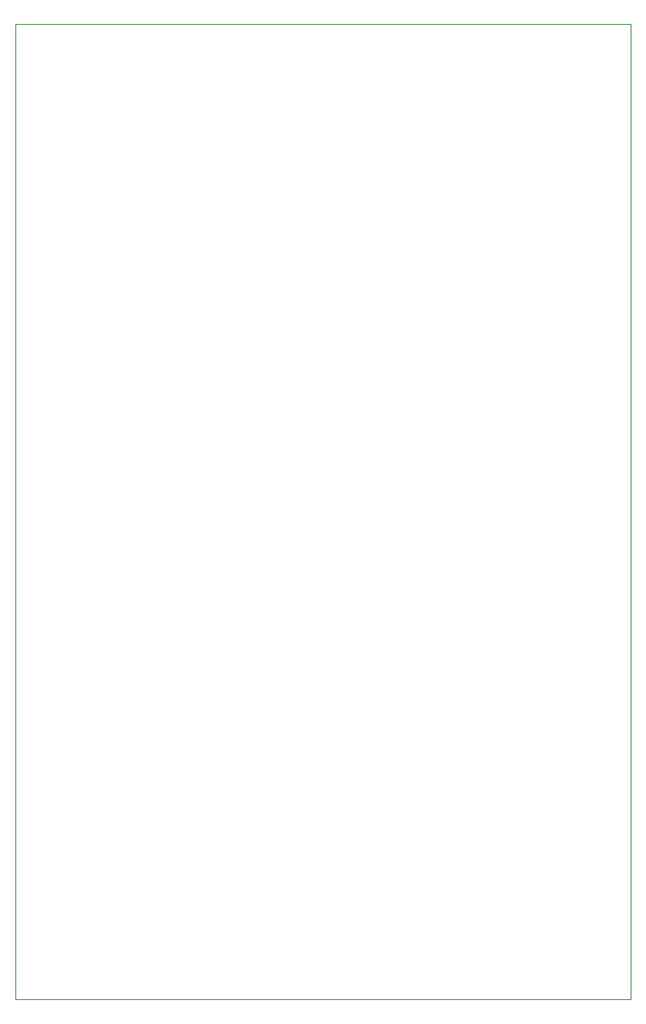
<source format=gm1>
G04 #@! TF.GenerationSoftware,KiCad,Pcbnew,(5.1.0)-1*
G04 #@! TF.CreationDate,2023-04-17T19:30:15-07:00*
G04 #@! TF.ProjectId,LED_Matrix_7219,4c45445f-4d61-4747-9269-785f37323139,rev?*
G04 #@! TF.SameCoordinates,PXffd93e20PY525bfc0*
G04 #@! TF.FileFunction,Profile,NP*
%FSLAX45Y45*%
G04 Gerber Fmt 4.5, Leading zero omitted, Abs format (unit mm)*
G04 Created by KiCad (PCBNEW (5.1.0)-1) date 2023-04-17 19:30:15*
%MOMM*%
%LPD*%
G04 APERTURE LIST*
%ADD10C,0.050000*%
G04 APERTURE END LIST*
D10*
X0Y0D02*
X0Y9652000D01*
X6096000Y0D02*
X0Y0D01*
X6096000Y9652000D02*
X6096000Y0D01*
X0Y9652000D02*
X6096000Y9652000D01*
M02*

</source>
